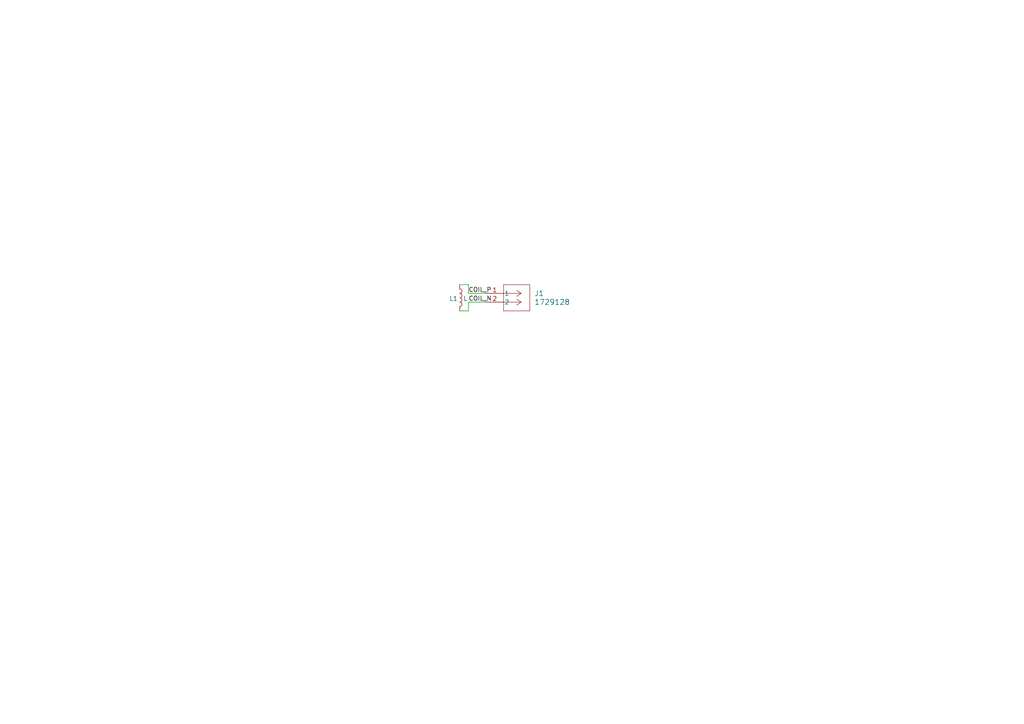
<source format=kicad_sch>
(kicad_sch (version 20250114) (generator "eeschema") (generator_version "9.0")
  (paper "A4")
  (lib_symbols
    (symbol "CONN_1729128_PXC:1729128" (pin_names (offset 0.254))
      (property "Reference" "J" (at 8.89 6.35 0))
      (property "Value" "1729128" (at 0 0 0))
      (symbol "1729128_1_1"
        (polyline (pts (xy 5.08 2.54) (xy 5.08 -5.08)) (stroke (width 0.127)))
        (polyline (pts (xy 5.08 -5.08) (xy 12.7 -5.08)) (stroke (width 0.127)))
        (polyline (pts (xy 10.16 0) (xy 5.08 0)) (stroke (width 0.127)))
        (polyline (pts (xy 10.16 0) (xy 8.89 0.8467)) (stroke (width 0.127)))
        (polyline (pts (xy 10.16 0) (xy 8.89 -0.8467)) (stroke (width 0.127)))
        (polyline (pts (xy 10.16 -2.54) (xy 5.08 -2.54)) (stroke (width 0.127)))
        (polyline (pts (xy 10.16 -2.54) (xy 8.89 -1.6933)) (stroke (width 0.127)))
        (polyline (pts (xy 10.16 -2.54) (xy 8.89 -3.3867)) (stroke (width 0.127)))
        (polyline (pts (xy 12.7 2.54) (xy 5.08 2.54)) (stroke (width 0.127)))
        (polyline (pts (xy 12.7 -5.08) (xy 12.7 2.54)) (stroke (width 0.127)))
        (pin unspecified line (at 0 0 0) (length 5.08) (name "1") (number "1"))
        (pin unspecified line (at 0 -2.54 0) (length 5.08) (name "2") (number "2"))
      )
      (symbol "1729128_1_2"
        (polyline (pts (xy 5.08 2.54) (xy 5.08 -5.08)) (stroke (width 0.127)))
        (polyline (pts (xy 5.08 -5.08) (xy 12.7 -5.08)) (stroke (width 0.127)))
        (polyline (pts (xy 7.62 0) (xy 5.08 0)) (stroke (width 0.127)))
        (polyline (pts (xy 7.62 0) (xy 8.89 0.8467)) (stroke (width 0.127)))
        (polyline (pts (xy 7.62 0) (xy 8.89 -0.8467)) (stroke (width 0.127)))
        (polyline (pts (xy 7.62 -2.54) (xy 5.08 -2.54)) (stroke (width 0.127)))
        (polyline (pts (xy 7.62 -2.54) (xy 8.89 -1.6933)) (stroke (width 0.127)))
        (polyline (pts (xy 7.62 -2.54) (xy 8.89 -3.3867)) (stroke (width 0.127)))
        (polyline (pts (xy 12.7 2.54) (xy 5.08 2.54)) (stroke (width 0.127)))
        (polyline (pts (xy 12.7 -5.08) (xy 12.7 2.54)) (stroke (width 0.127)))
        (pin unspecified line (at 0 0 0) (length 5.08) (name "1") (number "1"))
        (pin unspecified line (at 0 -2.54 0) (length 5.08) (name "2") (number "2"))
      )
    )
    (symbol "Device:L" (pin_numbers (hide yes)) (pin_names (offset 1.016) (hide yes))
      (property "Reference" "L" (at -1.27 0 90))
      (property "Value" "L" (at 1.905 0 90))
      (symbol "L_0_1"
        (arc (start 0 2.54) (mid 0.6323 1.905) (end 0 1.27))
        (arc (start 0 1.27) (mid 0.6323 0.635) (end 0 0))
        (arc (start 0 0) (mid 0.6323 -0.635) (end 0 -1.27))
        (arc (start 0 -1.27) (mid 0.6323 -1.905) (end 0 -2.54))
      )
      (symbol "L_1_1"
        (pin passive line (at 0 3.81 270) (length 1.27) (name "1") (number "1"))
        (pin passive line (at 0 -3.81 90) (length 1.27) (name "2") (number "2"))
      )
    )
  )
  (wire (pts (xy 135.89 85.09) (xy 140.97 85.09)))
  (wire (pts (xy 135.89 87.63) (xy 140.97 87.63)))
  (wire (pts (xy 133.35 90.17) (xy 135.89 90.17)))
  (wire (pts (xy 135.89 90.17) (xy 135.89 87.63)))
  (wire (pts (xy 135.89 82.55) (xy 135.89 85.09)))
  (wire (pts (xy 135.89 82.55) (xy 133.35 82.55)))
  (label "COIL_N" (at 135.89 87.63 0))
  (label "COIL_P" (at 135.89 85.09 0))
  (symbol (lib_id "Device:L") (at 133.35 86.36 0) (unit 1)
    (property "Reference" "L1" (at 130.302 86.614 0) (effects (justify left)))
    (property "Value" "L" (at 134.366 86.614 0) (effects (justify left)))
    (property "Footprint" "N3_Base_Coil:N3_Base_Coil_V1" (effects (hide yes)))
    (property "Description" "Inductor" (effects (hide yes)))
  )
  (symbol (lib_id "CONN_1729128_PXC:1729128") (at 140.97 85.09 0) (unit 1)
    (property "Reference" "J1" (at 154.94 85.0899 0) (effects (font (size 1.524 1.524)) (justify left)))
    (property "Value" "1729128" (at 154.94 87.6299 0) (effects (font (size 1.524 1.524)) (justify left)))
    (property "Footprint" "Custom Components:CONN_1729128_PXC" (effects (hide yes)))
    (property "Datasheet" "1729128" (effects (hide yes)))
  )
)
</source>
